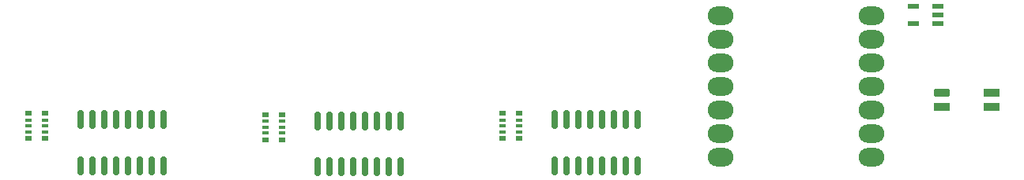
<source format=gbp>
G04 #@! TF.GenerationSoftware,KiCad,Pcbnew,(6.0.6-0)*
G04 #@! TF.CreationDate,2022-09-04T13:15:17-04:00*
G04 #@! TF.ProjectId,dial_toner_mx,6469616c-5f74-46f6-9e65-725f6d782e6b,rev?*
G04 #@! TF.SameCoordinates,Original*
G04 #@! TF.FileFunction,Paste,Bot*
G04 #@! TF.FilePolarity,Positive*
%FSLAX46Y46*%
G04 Gerber Fmt 4.6, Leading zero omitted, Abs format (unit mm)*
G04 Created by KiCad (PCBNEW (6.0.6-0)) date 2022-09-04 13:15:17*
%MOMM*%
%LPD*%
G01*
G04 APERTURE LIST*
G04 Aperture macros list*
%AMRoundRect*
0 Rectangle with rounded corners*
0 $1 Rounding radius*
0 $2 $3 $4 $5 $6 $7 $8 $9 X,Y pos of 4 corners*
0 Add a 4 corners polygon primitive as box body*
4,1,4,$2,$3,$4,$5,$6,$7,$8,$9,$2,$3,0*
0 Add four circle primitives for the rounded corners*
1,1,$1+$1,$2,$3*
1,1,$1+$1,$4,$5*
1,1,$1+$1,$6,$7*
1,1,$1+$1,$8,$9*
0 Add four rect primitives between the rounded corners*
20,1,$1+$1,$2,$3,$4,$5,0*
20,1,$1+$1,$4,$5,$6,$7,0*
20,1,$1+$1,$6,$7,$8,$9,0*
20,1,$1+$1,$8,$9,$2,$3,0*%
G04 Aperture macros list end*
%ADD10O,2.748280X1.998980*%
%ADD11R,0.800000X0.480000*%
%ADD12R,0.800000X0.320000*%
%ADD13R,1.270000X0.558800*%
%ADD14R,1.700000X0.820000*%
%ADD15RoundRect,0.205000X0.645000X0.205000X-0.645000X0.205000X-0.645000X-0.205000X0.645000X-0.205000X0*%
%ADD16RoundRect,0.150000X-0.150000X0.825000X-0.150000X-0.825000X0.150000X-0.825000X0.150000X0.825000X0*%
G04 APERTURE END LIST*
D10*
X183570880Y-121709180D03*
X183570880Y-124249180D03*
X183570880Y-126789180D03*
X183570880Y-129329180D03*
X183570880Y-131869180D03*
X183570880Y-134409180D03*
X183570880Y-136949180D03*
X167406320Y-136949180D03*
X167406320Y-134409180D03*
X167406320Y-131869180D03*
X167406320Y-129329180D03*
X167406320Y-126789180D03*
X167406320Y-124249180D03*
X167406320Y-121709180D03*
D11*
X145807000Y-132244000D03*
D12*
X145807000Y-132964000D03*
X145807000Y-133604000D03*
X145807000Y-134244000D03*
D11*
X145807000Y-134964000D03*
X144007000Y-134964000D03*
D12*
X144007000Y-134244000D03*
X144007000Y-133604000D03*
X144007000Y-132964000D03*
D11*
X144007000Y-132244000D03*
D13*
X188061600Y-120726200D03*
X188061600Y-122605800D03*
X190652400Y-122605800D03*
X190652400Y-121666000D03*
X190652400Y-120726200D03*
D11*
X120407000Y-132371000D03*
D12*
X120407000Y-133091000D03*
X120407000Y-133731000D03*
X120407000Y-134371000D03*
D11*
X120407000Y-135091000D03*
X118607000Y-135091000D03*
D12*
X118607000Y-134371000D03*
X118607000Y-133731000D03*
X118607000Y-133091000D03*
D11*
X118607000Y-132371000D03*
D14*
X196469000Y-131560000D03*
X196469000Y-130060000D03*
D15*
X191135000Y-130060000D03*
D14*
X191135000Y-131560000D03*
D11*
X95007000Y-132244000D03*
D12*
X95007000Y-132964000D03*
X95007000Y-133604000D03*
X95007000Y-134244000D03*
D11*
X95007000Y-134964000D03*
X93207000Y-134964000D03*
D12*
X93207000Y-134244000D03*
X93207000Y-133604000D03*
X93207000Y-132964000D03*
D11*
X93207000Y-132244000D03*
D16*
X149606000Y-137857000D03*
X150876000Y-137857000D03*
X152146000Y-137857000D03*
X153416000Y-137857000D03*
X154686000Y-137857000D03*
X155956000Y-137857000D03*
X157226000Y-137857000D03*
X158496000Y-137857000D03*
X158496000Y-132907000D03*
X157226000Y-132907000D03*
X155956000Y-132907000D03*
X154686000Y-132907000D03*
X153416000Y-132907000D03*
X152146000Y-132907000D03*
X150876000Y-132907000D03*
X149606000Y-132907000D03*
X124206000Y-133034000D03*
X125476000Y-133034000D03*
X126746000Y-133034000D03*
X128016000Y-133034000D03*
X129286000Y-133034000D03*
X130556000Y-133034000D03*
X131826000Y-133034000D03*
X133096000Y-133034000D03*
X133096000Y-137984000D03*
X131826000Y-137984000D03*
X130556000Y-137984000D03*
X129286000Y-137984000D03*
X128016000Y-137984000D03*
X126746000Y-137984000D03*
X125476000Y-137984000D03*
X124206000Y-137984000D03*
X98806000Y-132907000D03*
X100076000Y-132907000D03*
X101346000Y-132907000D03*
X102616000Y-132907000D03*
X103886000Y-132907000D03*
X105156000Y-132907000D03*
X106426000Y-132907000D03*
X107696000Y-132907000D03*
X107696000Y-137857000D03*
X106426000Y-137857000D03*
X105156000Y-137857000D03*
X103886000Y-137857000D03*
X102616000Y-137857000D03*
X101346000Y-137857000D03*
X100076000Y-137857000D03*
X98806000Y-137857000D03*
M02*

</source>
